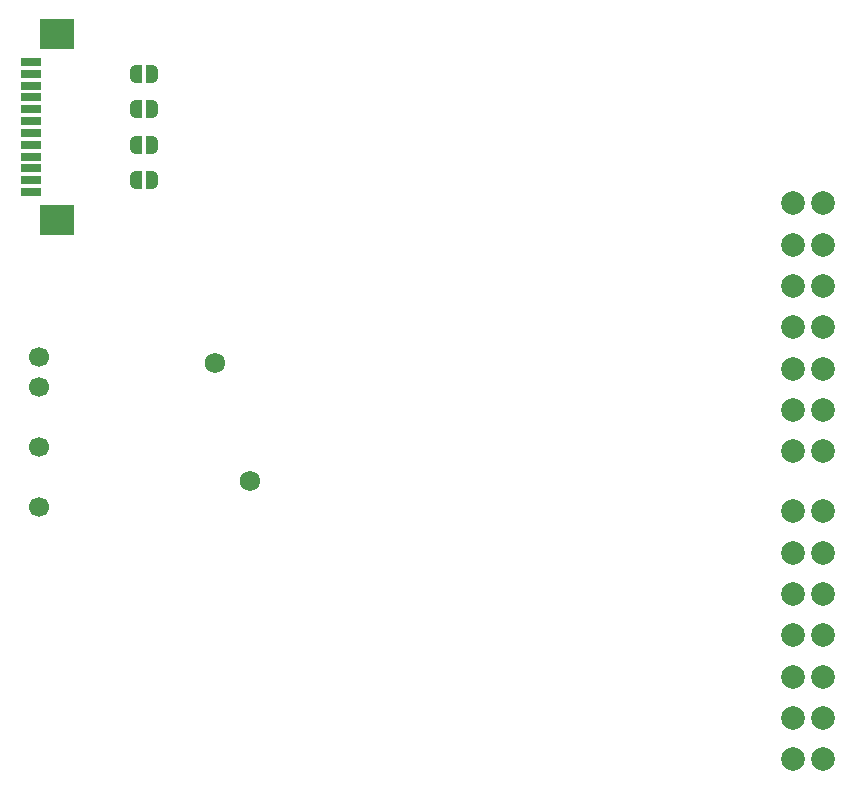
<source format=gbr>
%TF.GenerationSoftware,KiCad,Pcbnew,9.0.1*%
%TF.CreationDate,2025-04-28T13:09:30+03:00*%
%TF.ProjectId,PM_CNV-AI4_W,504d5f43-4e56-42d4-9149-345f572e6b69,rev?*%
%TF.SameCoordinates,Original*%
%TF.FileFunction,Soldermask,Bot*%
%TF.FilePolarity,Negative*%
%FSLAX46Y46*%
G04 Gerber Fmt 4.6, Leading zero omitted, Abs format (unit mm)*
G04 Created by KiCad (PCBNEW 9.0.1) date 2025-04-28 13:09:30*
%MOMM*%
%LPD*%
G01*
G04 APERTURE LIST*
G04 Aperture macros list*
%AMFreePoly0*
4,1,23,0.500000,-0.750000,0.000000,-0.750000,0.000000,-0.745722,-0.065263,-0.745722,-0.191342,-0.711940,-0.304381,-0.646677,-0.396677,-0.554381,-0.461940,-0.441342,-0.495722,-0.315263,-0.495722,-0.250000,-0.500000,-0.250000,-0.500000,0.250000,-0.495722,0.250000,-0.495722,0.315263,-0.461940,0.441342,-0.396677,0.554381,-0.304381,0.646677,-0.191342,0.711940,-0.065263,0.745722,0.000000,0.745722,
0.000000,0.750000,0.500000,0.750000,0.500000,-0.750000,0.500000,-0.750000,$1*%
%AMFreePoly1*
4,1,23,0.000000,0.745722,0.065263,0.745722,0.191342,0.711940,0.304381,0.646677,0.396677,0.554381,0.461940,0.441342,0.495722,0.315263,0.495722,0.250000,0.500000,0.250000,0.500000,-0.250000,0.495722,-0.250000,0.495722,-0.315263,0.461940,-0.441342,0.396677,-0.554381,0.304381,-0.646677,0.191342,-0.711940,0.065263,-0.745722,0.000000,-0.745722,0.000000,-0.750000,-0.500000,-0.750000,
-0.500000,0.750000,0.000000,0.750000,0.000000,0.745722,0.000000,0.745722,$1*%
G04 Aperture macros list end*
%ADD10FreePoly0,0.000000*%
%ADD11FreePoly1,0.000000*%
%ADD12C,2.000000*%
%ADD13C,1.725000*%
%ADD14C,1.700000*%
%ADD15R,1.803400X0.635000*%
%ADD16R,2.997200X2.590800*%
G04 APERTURE END LIST*
D10*
%TO.C,JP4*%
X-24650000Y25500000D03*
D11*
X-23350000Y25500000D03*
%TD*%
D10*
%TO.C,JP3*%
X-24650000Y28500000D03*
D11*
X-23350000Y28500000D03*
%TD*%
D10*
%TO.C,JP2*%
X-24650000Y31500000D03*
D11*
X-23350000Y31500000D03*
%TD*%
D10*
%TO.C,JP1*%
X-24650000Y34500000D03*
D11*
X-23350000Y34500000D03*
%TD*%
D12*
%TO.C,J3*%
X31000000Y2540000D03*
X31000000Y6040000D03*
X31000000Y9540000D03*
X31000000Y13040000D03*
X31000000Y16540000D03*
X31000000Y20040000D03*
X31000000Y23540000D03*
X33500000Y2540000D03*
X33500000Y6040000D03*
X33500000Y9540000D03*
X33500000Y13040000D03*
X33500000Y16540000D03*
X33500000Y20040000D03*
X33500000Y23540000D03*
%TD*%
D13*
%TO.C,U3*%
X-15000000Y0D03*
%TD*%
%TO.C,U2*%
X-18000000Y10000000D03*
%TD*%
D12*
%TO.C,J4*%
X31000000Y-23540000D03*
X31000000Y-20040000D03*
X31000000Y-16540000D03*
X31000000Y-13040000D03*
X31000000Y-9540000D03*
X31000000Y-6040000D03*
X31000000Y-2540000D03*
X33500000Y-23540000D03*
X33500000Y-20040000D03*
X33500000Y-16540000D03*
X33500000Y-13040000D03*
X33500000Y-9540000D03*
X33500000Y-6040000D03*
X33500000Y-2540000D03*
%TD*%
D14*
%TO.C,PS1*%
X-32875000Y10540000D03*
X-32875000Y8000000D03*
X-32875000Y2920000D03*
X-32875000Y-2160000D03*
%TD*%
D15*
%TO.C,J5*%
X-33556000Y35499992D03*
X-33556000Y34499994D03*
X-33556000Y33499996D03*
X-33556000Y32499998D03*
X-33556000Y31500000D03*
X-33556000Y30500000D03*
X-33556000Y29500000D03*
X-33556000Y28500000D03*
X-33556000Y27500002D03*
X-33556000Y26500004D03*
X-33556000Y25500006D03*
X-33556000Y24500008D03*
D16*
X-31385999Y37850003D03*
X-31385999Y22149997D03*
%TD*%
M02*

</source>
